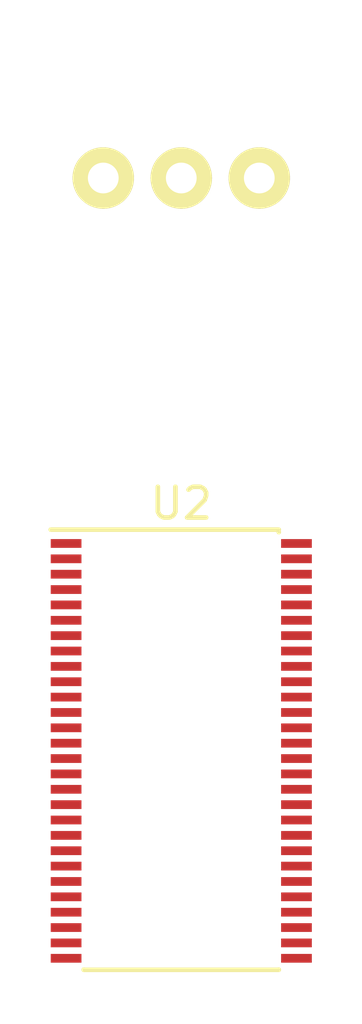
<source format=kicad_pcb>
(kicad_pcb (version 4) (host pcbnew 4.0.4-stable)

  (general
    (links 2)
    (no_connects 2)
    (area 142.399499 80.4704 154.602701 114.1286)
    (thickness 1.6)
    (drawings 0)
    (tracks 0)
    (zones 0)
    (modules 2)
    (nets 3)
  )

  (page A4)
  (layers
    (0 F.Cu signal)
    (31 B.Cu signal)
    (32 B.Adhes user)
    (33 F.Adhes user)
    (34 B.Paste user)
    (35 F.Paste user)
    (36 B.SilkS user)
    (37 F.SilkS user)
    (38 B.Mask user)
    (39 F.Mask user)
    (40 Dwgs.User user)
    (41 Cmts.User user)
    (42 Eco1.User user)
    (43 Eco2.User user)
    (44 Edge.Cuts user)
    (45 Margin user)
    (46 B.CrtYd user)
    (47 F.CrtYd user)
    (48 B.Fab user)
    (49 F.Fab user)
  )

  (setup
    (last_trace_width 0.25)
    (trace_clearance 0.2)
    (zone_clearance 0.508)
    (zone_45_only no)
    (trace_min 0.2)
    (segment_width 0.2)
    (edge_width 0.15)
    (via_size 0.6)
    (via_drill 0.4)
    (via_min_size 0.4)
    (via_min_drill 0.3)
    (uvia_size 0.3)
    (uvia_drill 0.1)
    (uvias_allowed no)
    (uvia_min_size 0.2)
    (uvia_min_drill 0.1)
    (pcb_text_width 0.3)
    (pcb_text_size 1.5 1.5)
    (mod_edge_width 0.15)
    (mod_text_size 1 1)
    (mod_text_width 0.15)
    (pad_size 1.524 1.524)
    (pad_drill 0.762)
    (pad_to_mask_clearance 0.2)
    (aux_axis_origin 0 0)
    (visible_elements FFFFFF7F)
    (pcbplotparams
      (layerselection 0x00030_80000001)
      (usegerberextensions false)
      (excludeedgelayer true)
      (linewidth 0.100000)
      (plotframeref false)
      (viasonmask false)
      (mode 1)
      (useauxorigin false)
      (hpglpennumber 1)
      (hpglpenspeed 20)
      (hpglpendiameter 15)
      (hpglpenoverlay 2)
      (psnegative false)
      (psa4output false)
      (plotreference true)
      (plotvalue true)
      (plotinvisibletext false)
      (padsonsilk false)
      (subtractmaskfromsilk false)
      (outputformat 1)
      (mirror false)
      (drillshape 1)
      (scaleselection 1)
      (outputdirectory ""))
  )

  (net 0 "")
  (net 1 "Net-(U1-Pad3)")
  (net 2 "Net-(U1-Pad2)")

  (net_class Default "This is the default net class."
    (clearance 0.2)
    (trace_width 0.25)
    (via_dia 0.6)
    (via_drill 0.4)
    (uvia_dia 0.3)
    (uvia_drill 0.1)
    (add_net "Net-(U1-Pad2)")
    (add_net "Net-(U1-Pad3)")
  )

  (module we:WPMDH1100xx1S (layer F.Cu) (tedit 583038E9) (tstamp 58337B19)
    (at 148.5011 86.36)
    (path /58338EFF)
    (fp_text reference U1 (at 0 -5.08) (layer Dwgs.User)
      (effects (font (size 0.762 0.762) (thickness 0.1524)))
    )
    (fp_text value WPMDH1100501S (at 0 -3.81) (layer Dwgs.User) hide
      (effects (font (size 0.762 0.762) (thickness 0.1524)))
    )
    (fp_line (start 5.8 6.5) (end 0 6.5) (layer Dwgs.User) (width 0.2032))
    (fp_line (start 5.8 -2) (end 5.8 0) (layer Dwgs.User) (width 0.2032))
    (fp_line (start -5.8 -2) (end -5.8 0) (layer Dwgs.User) (width 0.2032))
    (fp_line (start 5.8 6.5) (end 5.8 0) (layer Dwgs.User) (width 0.2032))
    (fp_line (start 0 6.5) (end -5.8 6.5) (layer Dwgs.User) (width 0.2032))
    (fp_line (start -5.8 6.5) (end -5.8 0) (layer Dwgs.User) (width 0.2032))
    (fp_line (start -5.8 -2) (end 5.8 -2) (layer Dwgs.User) (width 0.2032))
    (pad 1 thru_hole circle (at 2.54 0) (size 2 2) (drill 1) (layers *.Cu *.Mask F.SilkS))
    (pad 3 thru_hole circle (at -2.54 0) (size 2 2) (drill 1) (layers *.Cu *.Mask F.SilkS)
      (net 1 "Net-(U1-Pad3)"))
    (pad 2 thru_hole circle (at 0 0) (size 2 2) (drill 1) (layers *.Cu *.Mask F.SilkS)
      (net 2 "Net-(U1-Pad2)"))
  )

  (module Housings_SSOP:TSSOP-56_6.1x14mm_Pitch0.5mm (layer F.Cu) (tedit 57AFB1BC) (tstamp 58337B55)
    (at 148.5011 105.0036)
    (descr "TSSOP56: plastic thin shrink small outline package; 56 leads; body width 6.1 mm (see NXP SSOP-TSSOP-VSO-REFLOW.pdf and sot364-1_po.pdf)")
    (tags "SSOP 0.5")
    (path /58338EBE)
    (attr smd)
    (fp_text reference U2 (at 0 -8.05) (layer F.SilkS)
      (effects (font (size 1 1) (thickness 0.15)))
    )
    (fp_text value PCA9698 (at 0 8.05) (layer F.Fab)
      (effects (font (size 1 1) (thickness 0.15)))
    )
    (fp_line (start -2.05 -7) (end 3.05 -7) (layer F.Fab) (width 0.15))
    (fp_line (start 3.05 -7) (end 3.05 7) (layer F.Fab) (width 0.15))
    (fp_line (start 3.05 7) (end -3.05 7) (layer F.Fab) (width 0.15))
    (fp_line (start -3.05 7) (end -3.05 -6) (layer F.Fab) (width 0.15))
    (fp_line (start -3.05 -6) (end -2.05 -7) (layer F.Fab) (width 0.15))
    (fp_line (start -4.5 -7.3) (end -4.5 7.3) (layer F.CrtYd) (width 0.05))
    (fp_line (start 4.5 -7.3) (end 4.5 7.3) (layer F.CrtYd) (width 0.05))
    (fp_line (start -4.5 -7.3) (end 4.5 -7.3) (layer F.CrtYd) (width 0.05))
    (fp_line (start -4.5 7.3) (end 4.5 7.3) (layer F.CrtYd) (width 0.05))
    (fp_line (start 3.175 -7.125) (end 3.175 -7.1175) (layer F.SilkS) (width 0.15))
    (fp_line (start 3.175 7.125) (end 3.175 7.1175) (layer F.SilkS) (width 0.15))
    (fp_line (start -3.175 7.125) (end -3.175 7.1175) (layer F.SilkS) (width 0.15))
    (fp_line (start -4.25 -7.2) (end 3.175 -7.2) (layer F.SilkS) (width 0.15))
    (fp_line (start -3.175 7.125) (end 3.175 7.125) (layer F.SilkS) (width 0.15))
    (pad 1 smd rect (at -3.75 -6.75) (size 1 0.285) (layers F.Cu F.Paste F.Mask))
    (pad 2 smd rect (at -3.75 -6.25) (size 1 0.285) (layers F.Cu F.Paste F.Mask))
    (pad 3 smd rect (at -3.75 -5.75) (size 1 0.285) (layers F.Cu F.Paste F.Mask))
    (pad 4 smd rect (at -3.75 -5.25) (size 1 0.285) (layers F.Cu F.Paste F.Mask))
    (pad 5 smd rect (at -3.75 -4.75) (size 1 0.285) (layers F.Cu F.Paste F.Mask))
    (pad 6 smd rect (at -3.75 -4.25) (size 1 0.285) (layers F.Cu F.Paste F.Mask)
      (net 2 "Net-(U1-Pad2)"))
    (pad 7 smd rect (at -3.75 -3.75) (size 1 0.285) (layers F.Cu F.Paste F.Mask))
    (pad 8 smd rect (at -3.75 -3.25) (size 1 0.285) (layers F.Cu F.Paste F.Mask))
    (pad 9 smd rect (at -3.75 -2.75) (size 1 0.285) (layers F.Cu F.Paste F.Mask))
    (pad 10 smd rect (at -3.75 -2.25) (size 1 0.285) (layers F.Cu F.Paste F.Mask))
    (pad 11 smd rect (at -3.75 -1.75) (size 1 0.285) (layers F.Cu F.Paste F.Mask))
    (pad 12 smd rect (at -3.75 -1.25) (size 1 0.285) (layers F.Cu F.Paste F.Mask))
    (pad 13 smd rect (at -3.75 -0.75) (size 1 0.285) (layers F.Cu F.Paste F.Mask))
    (pad 14 smd rect (at -3.75 -0.25) (size 1 0.285) (layers F.Cu F.Paste F.Mask))
    (pad 15 smd rect (at -3.75 0.25) (size 1 0.285) (layers F.Cu F.Paste F.Mask))
    (pad 16 smd rect (at -3.75 0.75) (size 1 0.285) (layers F.Cu F.Paste F.Mask))
    (pad 17 smd rect (at -3.75 1.25) (size 1 0.285) (layers F.Cu F.Paste F.Mask))
    (pad 18 smd rect (at -3.75 1.75) (size 1 0.285) (layers F.Cu F.Paste F.Mask)
      (net 1 "Net-(U1-Pad3)"))
    (pad 19 smd rect (at -3.75 2.25) (size 1 0.285) (layers F.Cu F.Paste F.Mask))
    (pad 20 smd rect (at -3.75 2.75) (size 1 0.285) (layers F.Cu F.Paste F.Mask))
    (pad 21 smd rect (at -3.75 3.25) (size 1 0.285) (layers F.Cu F.Paste F.Mask))
    (pad 22 smd rect (at -3.75 3.75) (size 1 0.285) (layers F.Cu F.Paste F.Mask))
    (pad 23 smd rect (at -3.75 4.25) (size 1 0.285) (layers F.Cu F.Paste F.Mask))
    (pad 24 smd rect (at -3.75 4.75) (size 1 0.285) (layers F.Cu F.Paste F.Mask))
    (pad 25 smd rect (at -3.75 5.25) (size 1 0.285) (layers F.Cu F.Paste F.Mask))
    (pad 26 smd rect (at -3.75 5.75) (size 1 0.285) (layers F.Cu F.Paste F.Mask))
    (pad 27 smd rect (at -3.75 6.25) (size 1 0.285) (layers F.Cu F.Paste F.Mask))
    (pad 28 smd rect (at -3.75 6.75) (size 1 0.285) (layers F.Cu F.Paste F.Mask))
    (pad 29 smd rect (at 3.75 6.75) (size 1 0.285) (layers F.Cu F.Paste F.Mask))
    (pad 30 smd rect (at 3.75 6.25) (size 1 0.285) (layers F.Cu F.Paste F.Mask))
    (pad 31 smd rect (at 3.75 5.75) (size 1 0.285) (layers F.Cu F.Paste F.Mask))
    (pad 32 smd rect (at 3.75 5.25) (size 1 0.285) (layers F.Cu F.Paste F.Mask))
    (pad 33 smd rect (at 3.75 4.75) (size 1 0.285) (layers F.Cu F.Paste F.Mask))
    (pad 34 smd rect (at 3.75 4.25) (size 1 0.285) (layers F.Cu F.Paste F.Mask))
    (pad 35 smd rect (at 3.75 3.75) (size 1 0.285) (layers F.Cu F.Paste F.Mask))
    (pad 36 smd rect (at 3.75 3.25) (size 1 0.285) (layers F.Cu F.Paste F.Mask))
    (pad 37 smd rect (at 3.75 2.75) (size 1 0.285) (layers F.Cu F.Paste F.Mask))
    (pad 38 smd rect (at 3.75 2.25) (size 1 0.285) (layers F.Cu F.Paste F.Mask))
    (pad 39 smd rect (at 3.75 1.75) (size 1 0.285) (layers F.Cu F.Paste F.Mask))
    (pad 40 smd rect (at 3.75 1.25) (size 1 0.285) (layers F.Cu F.Paste F.Mask))
    (pad 41 smd rect (at 3.75 0.75) (size 1 0.285) (layers F.Cu F.Paste F.Mask))
    (pad 42 smd rect (at 3.75 0.25) (size 1 0.285) (layers F.Cu F.Paste F.Mask))
    (pad 43 smd rect (at 3.75 -0.25) (size 1 0.285) (layers F.Cu F.Paste F.Mask))
    (pad 44 smd rect (at 3.75 -0.75) (size 1 0.285) (layers F.Cu F.Paste F.Mask))
    (pad 45 smd rect (at 3.75 -1.25) (size 1 0.285) (layers F.Cu F.Paste F.Mask))
    (pad 46 smd rect (at 3.75 -1.75) (size 1 0.285) (layers F.Cu F.Paste F.Mask))
    (pad 47 smd rect (at 3.75 -2.25) (size 1 0.285) (layers F.Cu F.Paste F.Mask))
    (pad 48 smd rect (at 3.75 -2.75) (size 1 0.285) (layers F.Cu F.Paste F.Mask))
    (pad 49 smd rect (at 3.75 -3.25) (size 1 0.285) (layers F.Cu F.Paste F.Mask))
    (pad 50 smd rect (at 3.75 -3.75) (size 1 0.285) (layers F.Cu F.Paste F.Mask))
    (pad 51 smd rect (at 3.75 -4.25) (size 1 0.285) (layers F.Cu F.Paste F.Mask))
    (pad 52 smd rect (at 3.75 -4.75) (size 1 0.285) (layers F.Cu F.Paste F.Mask))
    (pad 53 smd rect (at 3.75 -5.25) (size 1 0.285) (layers F.Cu F.Paste F.Mask))
    (pad 54 smd rect (at 3.75 -5.75) (size 1 0.285) (layers F.Cu F.Paste F.Mask))
    (pad 55 smd rect (at 3.75 -6.25) (size 1 0.285) (layers F.Cu F.Paste F.Mask))
    (pad 56 smd rect (at 3.75 -6.75) (size 1 0.285) (layers F.Cu F.Paste F.Mask))
    (model Housings_SSOP.3dshapes/TSSOP-56_6.1x14mm_Pitch0.5mm.wrl
      (at (xyz 0 0 0))
      (scale (xyz 1 1 1))
      (rotate (xyz 0 0 0))
    )
  )

)

</source>
